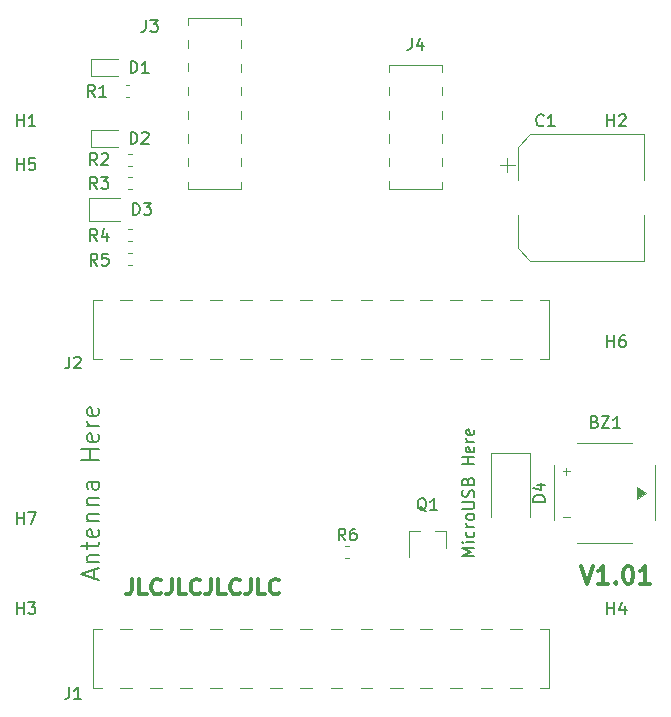
<source format=gto>
%TF.GenerationSoftware,KiCad,Pcbnew,(5.1.6)-1*%
%TF.CreationDate,2023-06-16T12:25:10-07:00*%
%TF.ProjectId,ID-12 Board,49442d31-3220-4426-9f61-72642e6b6963,rev?*%
%TF.SameCoordinates,Original*%
%TF.FileFunction,Legend,Top*%
%TF.FilePolarity,Positive*%
%FSLAX46Y46*%
G04 Gerber Fmt 4.6, Leading zero omitted, Abs format (unit mm)*
G04 Created by KiCad (PCBNEW (5.1.6)-1) date 2023-06-16 12:25:10*
%MOMM*%
%LPD*%
G01*
G04 APERTURE LIST*
%ADD10C,0.150000*%
%ADD11C,0.300000*%
%ADD12C,0.120000*%
%ADD13C,0.100000*%
%ADD14R,2.750000X0.900000*%
%ADD15R,1.120000X3.000000*%
%ADD16R,0.900000X1.000000*%
%ADD17C,1.252000*%
%ADD18C,3.300000*%
%ADD19R,1.900000X2.600000*%
%ADD20R,2.400000X2.400000*%
G04 APERTURE END LIST*
D10*
X30750000Y-68250000D02*
X30750000Y-67535714D01*
X31178571Y-68392857D02*
X29678571Y-67892857D01*
X31178571Y-67392857D01*
X30178571Y-66892857D02*
X31178571Y-66892857D01*
X30321428Y-66892857D02*
X30250000Y-66821428D01*
X30178571Y-66678571D01*
X30178571Y-66464285D01*
X30250000Y-66321428D01*
X30392857Y-66250000D01*
X31178571Y-66250000D01*
X30178571Y-65750000D02*
X30178571Y-65178571D01*
X29678571Y-65535714D02*
X30964285Y-65535714D01*
X31107142Y-65464285D01*
X31178571Y-65321428D01*
X31178571Y-65178571D01*
X31107142Y-64107142D02*
X31178571Y-64250000D01*
X31178571Y-64535714D01*
X31107142Y-64678571D01*
X30964285Y-64750000D01*
X30392857Y-64750000D01*
X30250000Y-64678571D01*
X30178571Y-64535714D01*
X30178571Y-64250000D01*
X30250000Y-64107142D01*
X30392857Y-64035714D01*
X30535714Y-64035714D01*
X30678571Y-64750000D01*
X30178571Y-63392857D02*
X31178571Y-63392857D01*
X30321428Y-63392857D02*
X30250000Y-63321428D01*
X30178571Y-63178571D01*
X30178571Y-62964285D01*
X30250000Y-62821428D01*
X30392857Y-62750000D01*
X31178571Y-62750000D01*
X30178571Y-62035714D02*
X31178571Y-62035714D01*
X30321428Y-62035714D02*
X30250000Y-61964285D01*
X30178571Y-61821428D01*
X30178571Y-61607142D01*
X30250000Y-61464285D01*
X30392857Y-61392857D01*
X31178571Y-61392857D01*
X31178571Y-60035714D02*
X30392857Y-60035714D01*
X30250000Y-60107142D01*
X30178571Y-60250000D01*
X30178571Y-60535714D01*
X30250000Y-60678571D01*
X31107142Y-60035714D02*
X31178571Y-60178571D01*
X31178571Y-60535714D01*
X31107142Y-60678571D01*
X30964285Y-60750000D01*
X30821428Y-60750000D01*
X30678571Y-60678571D01*
X30607142Y-60535714D01*
X30607142Y-60178571D01*
X30535714Y-60035714D01*
X31178571Y-58178571D02*
X29678571Y-58178571D01*
X30392857Y-58178571D02*
X30392857Y-57321428D01*
X31178571Y-57321428D02*
X29678571Y-57321428D01*
X31107142Y-56035714D02*
X31178571Y-56178571D01*
X31178571Y-56464285D01*
X31107142Y-56607142D01*
X30964285Y-56678571D01*
X30392857Y-56678571D01*
X30250000Y-56607142D01*
X30178571Y-56464285D01*
X30178571Y-56178571D01*
X30250000Y-56035714D01*
X30392857Y-55964285D01*
X30535714Y-55964285D01*
X30678571Y-56678571D01*
X31178571Y-55321428D02*
X30178571Y-55321428D01*
X30464285Y-55321428D02*
X30321428Y-55250000D01*
X30250000Y-55178571D01*
X30178571Y-55035714D01*
X30178571Y-54892857D01*
X31107142Y-53821428D02*
X31178571Y-53964285D01*
X31178571Y-54250000D01*
X31107142Y-54392857D01*
X30964285Y-54464285D01*
X30392857Y-54464285D01*
X30250000Y-54392857D01*
X30178571Y-54250000D01*
X30178571Y-53964285D01*
X30250000Y-53821428D01*
X30392857Y-53750000D01*
X30535714Y-53750000D01*
X30678571Y-54464285D01*
X62952380Y-66333333D02*
X61952380Y-66333333D01*
X62666666Y-66000000D01*
X61952380Y-65666666D01*
X62952380Y-65666666D01*
X62952380Y-65190476D02*
X62285714Y-65190476D01*
X61952380Y-65190476D02*
X62000000Y-65238095D01*
X62047619Y-65190476D01*
X62000000Y-65142857D01*
X61952380Y-65190476D01*
X62047619Y-65190476D01*
X62904761Y-64285714D02*
X62952380Y-64380952D01*
X62952380Y-64571428D01*
X62904761Y-64666666D01*
X62857142Y-64714285D01*
X62761904Y-64761904D01*
X62476190Y-64761904D01*
X62380952Y-64714285D01*
X62333333Y-64666666D01*
X62285714Y-64571428D01*
X62285714Y-64380952D01*
X62333333Y-64285714D01*
X62952380Y-63857142D02*
X62285714Y-63857142D01*
X62476190Y-63857142D02*
X62380952Y-63809523D01*
X62333333Y-63761904D01*
X62285714Y-63666666D01*
X62285714Y-63571428D01*
X62952380Y-63095238D02*
X62904761Y-63190476D01*
X62857142Y-63238095D01*
X62761904Y-63285714D01*
X62476190Y-63285714D01*
X62380952Y-63238095D01*
X62333333Y-63190476D01*
X62285714Y-63095238D01*
X62285714Y-62952380D01*
X62333333Y-62857142D01*
X62380952Y-62809523D01*
X62476190Y-62761904D01*
X62761904Y-62761904D01*
X62857142Y-62809523D01*
X62904761Y-62857142D01*
X62952380Y-62952380D01*
X62952380Y-63095238D01*
X61952380Y-62333333D02*
X62761904Y-62333333D01*
X62857142Y-62285714D01*
X62904761Y-62238095D01*
X62952380Y-62142857D01*
X62952380Y-61952380D01*
X62904761Y-61857142D01*
X62857142Y-61809523D01*
X62761904Y-61761904D01*
X61952380Y-61761904D01*
X62904761Y-61333333D02*
X62952380Y-61190476D01*
X62952380Y-60952380D01*
X62904761Y-60857142D01*
X62857142Y-60809523D01*
X62761904Y-60761904D01*
X62666666Y-60761904D01*
X62571428Y-60809523D01*
X62523809Y-60857142D01*
X62476190Y-60952380D01*
X62428571Y-61142857D01*
X62380952Y-61238095D01*
X62333333Y-61285714D01*
X62238095Y-61333333D01*
X62142857Y-61333333D01*
X62047619Y-61285714D01*
X62000000Y-61238095D01*
X61952380Y-61142857D01*
X61952380Y-60904761D01*
X62000000Y-60761904D01*
X62428571Y-60000000D02*
X62476190Y-59857142D01*
X62523809Y-59809523D01*
X62619047Y-59761904D01*
X62761904Y-59761904D01*
X62857142Y-59809523D01*
X62904761Y-59857142D01*
X62952380Y-59952380D01*
X62952380Y-60333333D01*
X61952380Y-60333333D01*
X61952380Y-60000000D01*
X62000000Y-59904761D01*
X62047619Y-59857142D01*
X62142857Y-59809523D01*
X62238095Y-59809523D01*
X62333333Y-59857142D01*
X62380952Y-59904761D01*
X62428571Y-60000000D01*
X62428571Y-60333333D01*
X62952380Y-58571428D02*
X61952380Y-58571428D01*
X62428571Y-58571428D02*
X62428571Y-58000000D01*
X62952380Y-58000000D02*
X61952380Y-58000000D01*
X62904761Y-57142857D02*
X62952380Y-57238095D01*
X62952380Y-57428571D01*
X62904761Y-57523809D01*
X62809523Y-57571428D01*
X62428571Y-57571428D01*
X62333333Y-57523809D01*
X62285714Y-57428571D01*
X62285714Y-57238095D01*
X62333333Y-57142857D01*
X62428571Y-57095238D01*
X62523809Y-57095238D01*
X62619047Y-57571428D01*
X62952380Y-56666666D02*
X62285714Y-56666666D01*
X62476190Y-56666666D02*
X62380952Y-56619047D01*
X62333333Y-56571428D01*
X62285714Y-56476190D01*
X62285714Y-56380952D01*
X62904761Y-55666666D02*
X62952380Y-55761904D01*
X62952380Y-55952380D01*
X62904761Y-56047619D01*
X62809523Y-56095238D01*
X62428571Y-56095238D01*
X62333333Y-56047619D01*
X62285714Y-55952380D01*
X62285714Y-55761904D01*
X62333333Y-55666666D01*
X62428571Y-55619047D01*
X62523809Y-55619047D01*
X62619047Y-56095238D01*
D11*
X72000000Y-67178571D02*
X72500000Y-68678571D01*
X73000000Y-67178571D01*
X74285714Y-68678571D02*
X73428571Y-68678571D01*
X73857142Y-68678571D02*
X73857142Y-67178571D01*
X73714285Y-67392857D01*
X73571428Y-67535714D01*
X73428571Y-67607142D01*
X74928571Y-68535714D02*
X75000000Y-68607142D01*
X74928571Y-68678571D01*
X74857142Y-68607142D01*
X74928571Y-68535714D01*
X74928571Y-68678571D01*
X75928571Y-67178571D02*
X76071428Y-67178571D01*
X76214285Y-67250000D01*
X76285714Y-67321428D01*
X76357142Y-67464285D01*
X76428571Y-67750000D01*
X76428571Y-68107142D01*
X76357142Y-68392857D01*
X76285714Y-68535714D01*
X76214285Y-68607142D01*
X76071428Y-68678571D01*
X75928571Y-68678571D01*
X75785714Y-68607142D01*
X75714285Y-68535714D01*
X75642857Y-68392857D01*
X75571428Y-68107142D01*
X75571428Y-67750000D01*
X75642857Y-67464285D01*
X75714285Y-67321428D01*
X75785714Y-67250000D01*
X75928571Y-67178571D01*
X77857142Y-68678571D02*
X77000000Y-68678571D01*
X77428571Y-68678571D02*
X77428571Y-67178571D01*
X77285714Y-67392857D01*
X77142857Y-67535714D01*
X77000000Y-67607142D01*
X33995238Y-68288095D02*
X33995238Y-69216666D01*
X33933333Y-69402380D01*
X33809523Y-69526190D01*
X33623809Y-69588095D01*
X33500000Y-69588095D01*
X35233333Y-69588095D02*
X34614285Y-69588095D01*
X34614285Y-68288095D01*
X36409523Y-69464285D02*
X36347619Y-69526190D01*
X36161904Y-69588095D01*
X36038095Y-69588095D01*
X35852380Y-69526190D01*
X35728571Y-69402380D01*
X35666666Y-69278571D01*
X35604761Y-69030952D01*
X35604761Y-68845238D01*
X35666666Y-68597619D01*
X35728571Y-68473809D01*
X35852380Y-68350000D01*
X36038095Y-68288095D01*
X36161904Y-68288095D01*
X36347619Y-68350000D01*
X36409523Y-68411904D01*
X37338095Y-68288095D02*
X37338095Y-69216666D01*
X37276190Y-69402380D01*
X37152380Y-69526190D01*
X36966666Y-69588095D01*
X36842857Y-69588095D01*
X38576190Y-69588095D02*
X37957142Y-69588095D01*
X37957142Y-68288095D01*
X39752380Y-69464285D02*
X39690476Y-69526190D01*
X39504761Y-69588095D01*
X39380952Y-69588095D01*
X39195238Y-69526190D01*
X39071428Y-69402380D01*
X39009523Y-69278571D01*
X38947619Y-69030952D01*
X38947619Y-68845238D01*
X39009523Y-68597619D01*
X39071428Y-68473809D01*
X39195238Y-68350000D01*
X39380952Y-68288095D01*
X39504761Y-68288095D01*
X39690476Y-68350000D01*
X39752380Y-68411904D01*
X40680952Y-68288095D02*
X40680952Y-69216666D01*
X40619047Y-69402380D01*
X40495238Y-69526190D01*
X40309523Y-69588095D01*
X40185714Y-69588095D01*
X41919047Y-69588095D02*
X41300000Y-69588095D01*
X41300000Y-68288095D01*
X43095238Y-69464285D02*
X43033333Y-69526190D01*
X42847619Y-69588095D01*
X42723809Y-69588095D01*
X42538095Y-69526190D01*
X42414285Y-69402380D01*
X42352380Y-69278571D01*
X42290476Y-69030952D01*
X42290476Y-68845238D01*
X42352380Y-68597619D01*
X42414285Y-68473809D01*
X42538095Y-68350000D01*
X42723809Y-68288095D01*
X42847619Y-68288095D01*
X43033333Y-68350000D01*
X43095238Y-68411904D01*
X44023809Y-68288095D02*
X44023809Y-69216666D01*
X43961904Y-69402380D01*
X43838095Y-69526190D01*
X43652380Y-69588095D01*
X43528571Y-69588095D01*
X45261904Y-69588095D02*
X44642857Y-69588095D01*
X44642857Y-68288095D01*
X46438095Y-69464285D02*
X46376190Y-69526190D01*
X46190476Y-69588095D01*
X46066666Y-69588095D01*
X45880952Y-69526190D01*
X45757142Y-69402380D01*
X45695238Y-69278571D01*
X45633333Y-69030952D01*
X45633333Y-68845238D01*
X45695238Y-68597619D01*
X45757142Y-68473809D01*
X45880952Y-68350000D01*
X46066666Y-68288095D01*
X46190476Y-68288095D01*
X46376190Y-68350000D01*
X46438095Y-68411904D01*
D12*
X43250000Y-35250000D02*
X43250000Y-34650000D01*
X38750000Y-35250000D02*
X43250000Y-35250000D01*
X38750000Y-34650000D02*
X38750000Y-35250000D01*
X43250000Y-20750000D02*
X43250000Y-21350000D01*
X38750000Y-20750000D02*
X43250000Y-20750000D01*
X38750000Y-21350000D02*
X38750000Y-20750000D01*
X38750000Y-32650000D02*
X38750000Y-33350000D01*
X38750000Y-30650000D02*
X38750000Y-31350000D01*
X38750000Y-28650000D02*
X38750000Y-29350000D01*
X38750000Y-26650000D02*
X38750000Y-27350000D01*
X38750000Y-24600000D02*
X38750000Y-25300000D01*
X38750000Y-22650000D02*
X38750000Y-23350000D01*
X43250000Y-22650000D02*
X43250000Y-23350000D01*
X43250000Y-24650000D02*
X43250000Y-25350000D01*
X43250000Y-26650000D02*
X43250000Y-27350000D01*
X43250000Y-28650000D02*
X43250000Y-29350000D01*
X43250000Y-30650000D02*
X43250000Y-31350000D01*
X43250000Y-32650000D02*
X43250000Y-33350000D01*
X69300000Y-44700000D02*
X68550000Y-44700000D01*
X69300000Y-49700000D02*
X69300000Y-44700000D01*
X68550000Y-49700000D02*
X69300000Y-49700000D01*
X30700000Y-44700000D02*
X31450000Y-44700000D01*
X30700000Y-49700000D02*
X30700000Y-44700000D01*
X31450000Y-49700000D02*
X30700000Y-49700000D01*
X51800000Y-49700000D02*
X50800000Y-49700000D01*
X49250000Y-49700000D02*
X48250000Y-49700000D01*
X46700000Y-49700000D02*
X45700000Y-49700000D01*
X63500000Y-49700000D02*
X64450000Y-49700000D01*
X58400000Y-49700000D02*
X59400000Y-49700000D01*
X60950000Y-49700000D02*
X61950000Y-49700000D01*
X66000000Y-49700000D02*
X67000000Y-49700000D01*
X56900000Y-49700000D02*
X55850000Y-49700000D01*
X44150000Y-49700000D02*
X43150000Y-49700000D01*
X54300000Y-49700000D02*
X53350000Y-49700000D01*
X39050000Y-49700000D02*
X38050000Y-49700000D01*
X34000000Y-49700000D02*
X33000000Y-49700000D01*
X36550000Y-49700000D02*
X35550000Y-49700000D01*
X41600000Y-49700000D02*
X40600000Y-49700000D01*
X34000000Y-44700000D02*
X33000000Y-44700000D01*
X36550000Y-44700000D02*
X35550000Y-44700000D01*
X39050000Y-44700000D02*
X38050000Y-44700000D01*
X41600000Y-44700000D02*
X40600000Y-44700000D01*
X44150000Y-44700000D02*
X43150000Y-44700000D01*
X46700000Y-44700000D02*
X45700000Y-44700000D01*
X66000000Y-44700000D02*
X67000000Y-44700000D01*
X63500000Y-44700000D02*
X64450000Y-44700000D01*
X60950000Y-44700000D02*
X61950000Y-44700000D01*
X58400000Y-44700000D02*
X59400000Y-44700000D01*
X56900000Y-44700000D02*
X55850000Y-44700000D01*
X54300000Y-44700000D02*
X53350000Y-44700000D01*
X51800000Y-44700000D02*
X50800000Y-44700000D01*
X49250000Y-44700000D02*
X48250000Y-44700000D01*
X69300000Y-72500000D02*
X68550000Y-72500000D01*
X69300000Y-77500000D02*
X69300000Y-72500000D01*
X68550000Y-77500000D02*
X69300000Y-77500000D01*
X30700000Y-72500000D02*
X31450000Y-72500000D01*
X30700000Y-77500000D02*
X30700000Y-72500000D01*
X31450000Y-77500000D02*
X30700000Y-77500000D01*
X51800000Y-77500000D02*
X50800000Y-77500000D01*
X49250000Y-77500000D02*
X48250000Y-77500000D01*
X46700000Y-77500000D02*
X45700000Y-77500000D01*
X63500000Y-77500000D02*
X64450000Y-77500000D01*
X58400000Y-77500000D02*
X59400000Y-77500000D01*
X60950000Y-77500000D02*
X61950000Y-77500000D01*
X66000000Y-77500000D02*
X67000000Y-77500000D01*
X56900000Y-77500000D02*
X55850000Y-77500000D01*
X44150000Y-77500000D02*
X43150000Y-77500000D01*
X54300000Y-77500000D02*
X53350000Y-77500000D01*
X39050000Y-77500000D02*
X38050000Y-77500000D01*
X34000000Y-77500000D02*
X33000000Y-77500000D01*
X36550000Y-77500000D02*
X35550000Y-77500000D01*
X41600000Y-77500000D02*
X40600000Y-77500000D01*
X34000000Y-72500000D02*
X33000000Y-72500000D01*
X36550000Y-72500000D02*
X35550000Y-72500000D01*
X39050000Y-72500000D02*
X38050000Y-72500000D01*
X41600000Y-72500000D02*
X40600000Y-72500000D01*
X44150000Y-72500000D02*
X43150000Y-72500000D01*
X46700000Y-72500000D02*
X45700000Y-72500000D01*
X66000000Y-72500000D02*
X67000000Y-72500000D01*
X63500000Y-72500000D02*
X64450000Y-72500000D01*
X60950000Y-72500000D02*
X61950000Y-72500000D01*
X58400000Y-72500000D02*
X59400000Y-72500000D01*
X56900000Y-72500000D02*
X55850000Y-72500000D01*
X54300000Y-72500000D02*
X53350000Y-72500000D01*
X51800000Y-72500000D02*
X50800000Y-72500000D01*
X49250000Y-72500000D02*
X48250000Y-72500000D01*
X60250000Y-35250000D02*
X60250000Y-34650000D01*
X55750000Y-35250000D02*
X60250000Y-35250000D01*
X55750000Y-34600000D02*
X55750000Y-35250000D01*
X60250000Y-24750000D02*
X60250000Y-25350000D01*
X55750000Y-24750000D02*
X60250000Y-24750000D01*
X55750000Y-25350000D02*
X55750000Y-24750000D01*
X55750000Y-27350000D02*
X55750000Y-26650000D01*
X55750000Y-29350000D02*
X55750000Y-28650000D01*
X55750000Y-31350000D02*
X55750000Y-30650000D01*
X55750000Y-33350000D02*
X55750000Y-32650000D01*
X60250000Y-33350000D02*
X60250000Y-32650000D01*
X60250000Y-31350000D02*
X60250000Y-30650000D01*
X60250000Y-27350000D02*
X60250000Y-26650000D01*
X60250000Y-29350000D02*
X60250000Y-28650000D01*
X52049721Y-66510000D02*
X52375279Y-66510000D01*
X52049721Y-65490000D02*
X52375279Y-65490000D01*
X33962779Y-40690000D02*
X33637221Y-40690000D01*
X33962779Y-41710000D02*
X33637221Y-41710000D01*
X33962779Y-38690000D02*
X33637221Y-38690000D01*
X33962779Y-39710000D02*
X33637221Y-39710000D01*
X33962779Y-34290000D02*
X33637221Y-34290000D01*
X33962779Y-35310000D02*
X33637221Y-35310000D01*
X33962779Y-32290000D02*
X33637221Y-32290000D01*
X33962779Y-33310000D02*
X33637221Y-33310000D01*
X33762779Y-26490000D02*
X33437221Y-26490000D01*
X33762779Y-27510000D02*
X33437221Y-27510000D01*
X60580000Y-64240000D02*
X60580000Y-65700000D01*
X57420000Y-64240000D02*
X57420000Y-66400000D01*
X57420000Y-64240000D02*
X58350000Y-64240000D01*
X60580000Y-64240000D02*
X59650000Y-64240000D01*
X67650000Y-57600000D02*
X67650000Y-63000000D01*
X64350000Y-57600000D02*
X64350000Y-63000000D01*
X67650000Y-57600000D02*
X64350000Y-57600000D01*
X30315000Y-37960000D02*
X33000000Y-37960000D01*
X30315000Y-36040000D02*
X30315000Y-37960000D01*
X33000000Y-36040000D02*
X30315000Y-36040000D01*
X30515000Y-31735000D02*
X32800000Y-31735000D01*
X30515000Y-30265000D02*
X30515000Y-31735000D01*
X32800000Y-30265000D02*
X30515000Y-30265000D01*
X30515000Y-25735000D02*
X32800000Y-25735000D01*
X30515000Y-24265000D02*
X30515000Y-25735000D01*
X32800000Y-24265000D02*
X30515000Y-24265000D01*
X65775000Y-32615000D02*
X65775000Y-33865000D01*
X65150000Y-33240000D02*
X66400000Y-33240000D01*
X66640000Y-40295563D02*
X67704437Y-41360000D01*
X66640000Y-31704437D02*
X67704437Y-30640000D01*
X66640000Y-31704437D02*
X66640000Y-34490000D01*
X66640000Y-40295563D02*
X66640000Y-37510000D01*
X67704437Y-41360000D02*
X77360000Y-41360000D01*
X67704437Y-30640000D02*
X77360000Y-30640000D01*
X77360000Y-30640000D02*
X77360000Y-34490000D01*
X77360000Y-41360000D02*
X77360000Y-37510000D01*
D13*
G36*
X77500000Y-61000000D02*
G01*
X76750000Y-61500000D01*
X76750000Y-60500000D01*
X77500000Y-61000000D01*
G37*
X77500000Y-61000000D02*
X76750000Y-61500000D01*
X76750000Y-60500000D01*
X77500000Y-61000000D01*
D12*
X70450000Y-63000000D02*
X71050000Y-63000000D01*
X70450000Y-59150000D02*
X71050000Y-59150000D01*
X70750000Y-58850000D02*
X70750000Y-59450000D01*
X78250000Y-56750000D02*
X78250000Y-65250000D01*
X78250000Y-65250000D02*
X69750000Y-65250000D01*
X69750000Y-65250000D02*
X69750000Y-56750000D01*
X69750000Y-56750000D02*
X78250000Y-56750000D01*
D10*
X35166666Y-20952380D02*
X35166666Y-21666666D01*
X35119047Y-21809523D01*
X35023809Y-21904761D01*
X34880952Y-21952380D01*
X34785714Y-21952380D01*
X35547619Y-20952380D02*
X36166666Y-20952380D01*
X35833333Y-21333333D01*
X35976190Y-21333333D01*
X36071428Y-21380952D01*
X36119047Y-21428571D01*
X36166666Y-21523809D01*
X36166666Y-21761904D01*
X36119047Y-21857142D01*
X36071428Y-21904761D01*
X35976190Y-21952380D01*
X35690476Y-21952380D01*
X35595238Y-21904761D01*
X35547619Y-21857142D01*
X28666666Y-49452380D02*
X28666666Y-50166666D01*
X28619047Y-50309523D01*
X28523809Y-50404761D01*
X28380952Y-50452380D01*
X28285714Y-50452380D01*
X29095238Y-49547619D02*
X29142857Y-49500000D01*
X29238095Y-49452380D01*
X29476190Y-49452380D01*
X29571428Y-49500000D01*
X29619047Y-49547619D01*
X29666666Y-49642857D01*
X29666666Y-49738095D01*
X29619047Y-49880952D01*
X29047619Y-50452380D01*
X29666666Y-50452380D01*
X28666666Y-77452380D02*
X28666666Y-78166666D01*
X28619047Y-78309523D01*
X28523809Y-78404761D01*
X28380952Y-78452380D01*
X28285714Y-78452380D01*
X29666666Y-78452380D02*
X29095238Y-78452380D01*
X29380952Y-78452380D02*
X29380952Y-77452380D01*
X29285714Y-77595238D01*
X29190476Y-77690476D01*
X29095238Y-77738095D01*
X57666666Y-22502380D02*
X57666666Y-23216666D01*
X57619047Y-23359523D01*
X57523809Y-23454761D01*
X57380952Y-23502380D01*
X57285714Y-23502380D01*
X58571428Y-22835714D02*
X58571428Y-23502380D01*
X58333333Y-22454761D02*
X58095238Y-23169047D01*
X58714285Y-23169047D01*
X52045833Y-65022380D02*
X51712500Y-64546190D01*
X51474404Y-65022380D02*
X51474404Y-64022380D01*
X51855357Y-64022380D01*
X51950595Y-64070000D01*
X51998214Y-64117619D01*
X52045833Y-64212857D01*
X52045833Y-64355714D01*
X51998214Y-64450952D01*
X51950595Y-64498571D01*
X51855357Y-64546190D01*
X51474404Y-64546190D01*
X52902976Y-64022380D02*
X52712500Y-64022380D01*
X52617261Y-64070000D01*
X52569642Y-64117619D01*
X52474404Y-64260476D01*
X52426785Y-64450952D01*
X52426785Y-64831904D01*
X52474404Y-64927142D01*
X52522023Y-64974761D01*
X52617261Y-65022380D01*
X52807738Y-65022380D01*
X52902976Y-64974761D01*
X52950595Y-64927142D01*
X52998214Y-64831904D01*
X52998214Y-64593809D01*
X52950595Y-64498571D01*
X52902976Y-64450952D01*
X52807738Y-64403333D01*
X52617261Y-64403333D01*
X52522023Y-64450952D01*
X52474404Y-64498571D01*
X52426785Y-64593809D01*
X31045833Y-41747379D02*
X30712500Y-41271189D01*
X30474404Y-41747379D02*
X30474404Y-40747379D01*
X30855357Y-40747379D01*
X30950595Y-40794999D01*
X30998214Y-40842618D01*
X31045833Y-40937856D01*
X31045833Y-41080713D01*
X30998214Y-41175951D01*
X30950595Y-41223570D01*
X30855357Y-41271189D01*
X30474404Y-41271189D01*
X31950595Y-40747379D02*
X31474404Y-40747379D01*
X31426785Y-41223570D01*
X31474404Y-41175951D01*
X31569642Y-41128332D01*
X31807738Y-41128332D01*
X31902976Y-41175951D01*
X31950595Y-41223570D01*
X31998214Y-41318808D01*
X31998214Y-41556903D01*
X31950595Y-41652141D01*
X31902976Y-41699760D01*
X31807738Y-41747379D01*
X31569642Y-41747379D01*
X31474404Y-41699760D01*
X31426785Y-41652141D01*
X31033333Y-39652380D02*
X30700000Y-39176190D01*
X30461904Y-39652380D02*
X30461904Y-38652380D01*
X30842857Y-38652380D01*
X30938095Y-38700000D01*
X30985714Y-38747619D01*
X31033333Y-38842857D01*
X31033333Y-38985714D01*
X30985714Y-39080952D01*
X30938095Y-39128571D01*
X30842857Y-39176190D01*
X30461904Y-39176190D01*
X31890476Y-38985714D02*
X31890476Y-39652380D01*
X31652380Y-38604761D02*
X31414285Y-39319047D01*
X32033333Y-39319047D01*
X31033333Y-35252380D02*
X30700000Y-34776190D01*
X30461904Y-35252380D02*
X30461904Y-34252380D01*
X30842857Y-34252380D01*
X30938095Y-34300000D01*
X30985714Y-34347619D01*
X31033333Y-34442857D01*
X31033333Y-34585714D01*
X30985714Y-34680952D01*
X30938095Y-34728571D01*
X30842857Y-34776190D01*
X30461904Y-34776190D01*
X31366666Y-34252380D02*
X31985714Y-34252380D01*
X31652380Y-34633333D01*
X31795238Y-34633333D01*
X31890476Y-34680952D01*
X31938095Y-34728571D01*
X31985714Y-34823809D01*
X31985714Y-35061904D01*
X31938095Y-35157142D01*
X31890476Y-35204761D01*
X31795238Y-35252380D01*
X31509523Y-35252380D01*
X31414285Y-35204761D01*
X31366666Y-35157142D01*
X31033333Y-33252380D02*
X30700000Y-32776190D01*
X30461904Y-33252380D02*
X30461904Y-32252380D01*
X30842857Y-32252380D01*
X30938095Y-32300000D01*
X30985714Y-32347619D01*
X31033333Y-32442857D01*
X31033333Y-32585714D01*
X30985714Y-32680952D01*
X30938095Y-32728571D01*
X30842857Y-32776190D01*
X30461904Y-32776190D01*
X31414285Y-32347619D02*
X31461904Y-32300000D01*
X31557142Y-32252380D01*
X31795238Y-32252380D01*
X31890476Y-32300000D01*
X31938095Y-32347619D01*
X31985714Y-32442857D01*
X31985714Y-32538095D01*
X31938095Y-32680952D01*
X31366666Y-33252380D01*
X31985714Y-33252380D01*
X30833333Y-27452380D02*
X30500000Y-26976190D01*
X30261904Y-27452380D02*
X30261904Y-26452380D01*
X30642857Y-26452380D01*
X30738095Y-26500000D01*
X30785714Y-26547619D01*
X30833333Y-26642857D01*
X30833333Y-26785714D01*
X30785714Y-26880952D01*
X30738095Y-26928571D01*
X30642857Y-26976190D01*
X30261904Y-26976190D01*
X31785714Y-27452380D02*
X31214285Y-27452380D01*
X31500000Y-27452380D02*
X31500000Y-26452380D01*
X31404761Y-26595238D01*
X31309523Y-26690476D01*
X31214285Y-26738095D01*
X58904761Y-62547619D02*
X58809523Y-62500000D01*
X58714285Y-62404761D01*
X58571428Y-62261904D01*
X58476190Y-62214285D01*
X58380952Y-62214285D01*
X58428571Y-62452380D02*
X58333333Y-62404761D01*
X58238095Y-62309523D01*
X58190476Y-62119047D01*
X58190476Y-61785714D01*
X58238095Y-61595238D01*
X58333333Y-61500000D01*
X58428571Y-61452380D01*
X58619047Y-61452380D01*
X58714285Y-61500000D01*
X58809523Y-61595238D01*
X58857142Y-61785714D01*
X58857142Y-62119047D01*
X58809523Y-62309523D01*
X58714285Y-62404761D01*
X58619047Y-62452380D01*
X58428571Y-62452380D01*
X59809523Y-62452380D02*
X59238095Y-62452380D01*
X59523809Y-62452380D02*
X59523809Y-61452380D01*
X59428571Y-61595238D01*
X59333333Y-61690476D01*
X59238095Y-61738095D01*
X24238095Y-63652380D02*
X24238095Y-62652380D01*
X24238095Y-63128571D02*
X24809523Y-63128571D01*
X24809523Y-63652380D02*
X24809523Y-62652380D01*
X25190476Y-62652380D02*
X25857142Y-62652380D01*
X25428571Y-63652380D01*
X74238095Y-48652380D02*
X74238095Y-47652380D01*
X74238095Y-48128571D02*
X74809523Y-48128571D01*
X74809523Y-48652380D02*
X74809523Y-47652380D01*
X75714285Y-47652380D02*
X75523809Y-47652380D01*
X75428571Y-47700000D01*
X75380952Y-47747619D01*
X75285714Y-47890476D01*
X75238095Y-48080952D01*
X75238095Y-48461904D01*
X75285714Y-48557142D01*
X75333333Y-48604761D01*
X75428571Y-48652380D01*
X75619047Y-48652380D01*
X75714285Y-48604761D01*
X75761904Y-48557142D01*
X75809523Y-48461904D01*
X75809523Y-48223809D01*
X75761904Y-48128571D01*
X75714285Y-48080952D01*
X75619047Y-48033333D01*
X75428571Y-48033333D01*
X75333333Y-48080952D01*
X75285714Y-48128571D01*
X75238095Y-48223809D01*
X24238095Y-33652380D02*
X24238095Y-32652380D01*
X24238095Y-33128571D02*
X24809523Y-33128571D01*
X24809523Y-33652380D02*
X24809523Y-32652380D01*
X25761904Y-32652380D02*
X25285714Y-32652380D01*
X25238095Y-33128571D01*
X25285714Y-33080952D01*
X25380952Y-33033333D01*
X25619047Y-33033333D01*
X25714285Y-33080952D01*
X25761904Y-33128571D01*
X25809523Y-33223809D01*
X25809523Y-33461904D01*
X25761904Y-33557142D01*
X25714285Y-33604761D01*
X25619047Y-33652380D01*
X25380952Y-33652380D01*
X25285714Y-33604761D01*
X25238095Y-33557142D01*
X74238095Y-71252380D02*
X74238095Y-70252380D01*
X74238095Y-70728571D02*
X74809523Y-70728571D01*
X74809523Y-71252380D02*
X74809523Y-70252380D01*
X75714285Y-70585714D02*
X75714285Y-71252380D01*
X75476190Y-70204761D02*
X75238095Y-70919047D01*
X75857142Y-70919047D01*
X24238095Y-71252380D02*
X24238095Y-70252380D01*
X24238095Y-70728571D02*
X24809523Y-70728571D01*
X24809523Y-71252380D02*
X24809523Y-70252380D01*
X25190476Y-70252380D02*
X25809523Y-70252380D01*
X25476190Y-70633333D01*
X25619047Y-70633333D01*
X25714285Y-70680952D01*
X25761904Y-70728571D01*
X25809523Y-70823809D01*
X25809523Y-71061904D01*
X25761904Y-71157142D01*
X25714285Y-71204761D01*
X25619047Y-71252380D01*
X25333333Y-71252380D01*
X25238095Y-71204761D01*
X25190476Y-71157142D01*
X74238095Y-29952380D02*
X74238095Y-28952380D01*
X74238095Y-29428571D02*
X74809523Y-29428571D01*
X74809523Y-29952380D02*
X74809523Y-28952380D01*
X75238095Y-29047619D02*
X75285714Y-29000000D01*
X75380952Y-28952380D01*
X75619047Y-28952380D01*
X75714285Y-29000000D01*
X75761904Y-29047619D01*
X75809523Y-29142857D01*
X75809523Y-29238095D01*
X75761904Y-29380952D01*
X75190476Y-29952380D01*
X75809523Y-29952380D01*
X24238095Y-29952380D02*
X24238095Y-28952380D01*
X24238095Y-29428571D02*
X24809523Y-29428571D01*
X24809523Y-29952380D02*
X24809523Y-28952380D01*
X25809523Y-29952380D02*
X25238095Y-29952380D01*
X25523809Y-29952380D02*
X25523809Y-28952380D01*
X25428571Y-29095238D01*
X25333333Y-29190476D01*
X25238095Y-29238095D01*
X68952380Y-61738095D02*
X67952380Y-61738095D01*
X67952380Y-61500000D01*
X68000000Y-61357142D01*
X68095238Y-61261904D01*
X68190476Y-61214285D01*
X68380952Y-61166666D01*
X68523809Y-61166666D01*
X68714285Y-61214285D01*
X68809523Y-61261904D01*
X68904761Y-61357142D01*
X68952380Y-61500000D01*
X68952380Y-61738095D01*
X68285714Y-60309523D02*
X68952380Y-60309523D01*
X67904761Y-60547619D02*
X68619047Y-60785714D01*
X68619047Y-60166666D01*
X34061904Y-37452380D02*
X34061904Y-36452380D01*
X34300000Y-36452380D01*
X34442857Y-36500000D01*
X34538095Y-36595238D01*
X34585714Y-36690476D01*
X34633333Y-36880952D01*
X34633333Y-37023809D01*
X34585714Y-37214285D01*
X34538095Y-37309523D01*
X34442857Y-37404761D01*
X34300000Y-37452380D01*
X34061904Y-37452380D01*
X34966666Y-36452380D02*
X35585714Y-36452380D01*
X35252380Y-36833333D01*
X35395238Y-36833333D01*
X35490476Y-36880952D01*
X35538095Y-36928571D01*
X35585714Y-37023809D01*
X35585714Y-37261904D01*
X35538095Y-37357142D01*
X35490476Y-37404761D01*
X35395238Y-37452380D01*
X35109523Y-37452380D01*
X35014285Y-37404761D01*
X34966666Y-37357142D01*
X33861904Y-31452380D02*
X33861904Y-30452380D01*
X34100000Y-30452380D01*
X34242857Y-30500000D01*
X34338095Y-30595238D01*
X34385714Y-30690476D01*
X34433333Y-30880952D01*
X34433333Y-31023809D01*
X34385714Y-31214285D01*
X34338095Y-31309523D01*
X34242857Y-31404761D01*
X34100000Y-31452380D01*
X33861904Y-31452380D01*
X34814285Y-30547619D02*
X34861904Y-30500000D01*
X34957142Y-30452380D01*
X35195238Y-30452380D01*
X35290476Y-30500000D01*
X35338095Y-30547619D01*
X35385714Y-30642857D01*
X35385714Y-30738095D01*
X35338095Y-30880952D01*
X34766666Y-31452380D01*
X35385714Y-31452380D01*
X33861904Y-25452380D02*
X33861904Y-24452380D01*
X34100000Y-24452380D01*
X34242857Y-24500000D01*
X34338095Y-24595238D01*
X34385714Y-24690476D01*
X34433333Y-24880952D01*
X34433333Y-25023809D01*
X34385714Y-25214285D01*
X34338095Y-25309523D01*
X34242857Y-25404761D01*
X34100000Y-25452380D01*
X33861904Y-25452380D01*
X35385714Y-25452380D02*
X34814285Y-25452380D01*
X35100000Y-25452380D02*
X35100000Y-24452380D01*
X35004761Y-24595238D01*
X34909523Y-24690476D01*
X34814285Y-24738095D01*
X68833333Y-29857142D02*
X68785714Y-29904761D01*
X68642857Y-29952380D01*
X68547619Y-29952380D01*
X68404761Y-29904761D01*
X68309523Y-29809523D01*
X68261904Y-29714285D01*
X68214285Y-29523809D01*
X68214285Y-29380952D01*
X68261904Y-29190476D01*
X68309523Y-29095238D01*
X68404761Y-29000000D01*
X68547619Y-28952380D01*
X68642857Y-28952380D01*
X68785714Y-29000000D01*
X68833333Y-29047619D01*
X69785714Y-29952380D02*
X69214285Y-29952380D01*
X69500000Y-29952380D02*
X69500000Y-28952380D01*
X69404761Y-29095238D01*
X69309523Y-29190476D01*
X69214285Y-29238095D01*
X73169047Y-54978571D02*
X73311904Y-55026190D01*
X73359523Y-55073809D01*
X73407142Y-55169047D01*
X73407142Y-55311904D01*
X73359523Y-55407142D01*
X73311904Y-55454761D01*
X73216666Y-55502380D01*
X72835714Y-55502380D01*
X72835714Y-54502380D01*
X73169047Y-54502380D01*
X73264285Y-54550000D01*
X73311904Y-54597619D01*
X73359523Y-54692857D01*
X73359523Y-54788095D01*
X73311904Y-54883333D01*
X73264285Y-54930952D01*
X73169047Y-54978571D01*
X72835714Y-54978571D01*
X73740476Y-54502380D02*
X74407142Y-54502380D01*
X73740476Y-55502380D01*
X74407142Y-55502380D01*
X75311904Y-55502380D02*
X74740476Y-55502380D01*
X75026190Y-55502380D02*
X75026190Y-54502380D01*
X74930952Y-54645238D01*
X74835714Y-54740476D01*
X74740476Y-54788095D01*
%LPC*%
D14*
X43450000Y-34000000D03*
X38550000Y-34000000D03*
X43450000Y-32000000D03*
X38550000Y-32000000D03*
X43450000Y-30000000D03*
X38550000Y-30000000D03*
X43450000Y-28000000D03*
X38550000Y-28000000D03*
X43450000Y-26000000D03*
X38550000Y-26000000D03*
X43450000Y-24000000D03*
X38550000Y-24000000D03*
X43450000Y-22000000D03*
X38550000Y-22000000D03*
D15*
X67785000Y-44650000D03*
X67785000Y-49750000D03*
X65245000Y-44650000D03*
X65245000Y-49750000D03*
X62705000Y-44650000D03*
X62705000Y-49750000D03*
X60165000Y-44650000D03*
X60165000Y-49750000D03*
X57625000Y-44650000D03*
X57625000Y-49750000D03*
X55085000Y-44650000D03*
X55085000Y-49750000D03*
X52545000Y-44650000D03*
X52545000Y-49750000D03*
X50005000Y-44650000D03*
X50005000Y-49750000D03*
X47465000Y-44650000D03*
X47465000Y-49750000D03*
X44925000Y-44650000D03*
X44925000Y-49750000D03*
X42385000Y-44650000D03*
X42385000Y-49750000D03*
X39845000Y-44650000D03*
X39845000Y-49750000D03*
X37305000Y-44650000D03*
X37305000Y-49750000D03*
X34765000Y-44650000D03*
X34765000Y-49750000D03*
X32225000Y-44650000D03*
X32225000Y-49750000D03*
X67785000Y-72450000D03*
X67785000Y-77550000D03*
X65245000Y-72450000D03*
X65245000Y-77550000D03*
X62705000Y-72450000D03*
X62705000Y-77550000D03*
X60165000Y-72450000D03*
X60165000Y-77550000D03*
X57625000Y-72450000D03*
X57625000Y-77550000D03*
X55085000Y-72450000D03*
X55085000Y-77550000D03*
X52545000Y-72450000D03*
X52545000Y-77550000D03*
X50005000Y-72450000D03*
X50005000Y-77550000D03*
X47465000Y-72450000D03*
X47465000Y-77550000D03*
X44925000Y-72450000D03*
X44925000Y-77550000D03*
X42385000Y-72450000D03*
X42385000Y-77550000D03*
X39845000Y-72450000D03*
X39845000Y-77550000D03*
X37305000Y-72450000D03*
X37305000Y-77550000D03*
X34765000Y-72450000D03*
X34765000Y-77550000D03*
X32225000Y-72450000D03*
X32225000Y-77550000D03*
D14*
X60400000Y-34000000D03*
X55550000Y-34000000D03*
X60400000Y-32000000D03*
X55550000Y-32000000D03*
X60400000Y-30000000D03*
X55550000Y-30000000D03*
X60400000Y-28000000D03*
X55550000Y-28000000D03*
X60400000Y-26000000D03*
X55550000Y-26000000D03*
G36*
G01*
X52512500Y-66281250D02*
X52512500Y-65718750D01*
G75*
G02*
X52756250Y-65475000I243750J0D01*
G01*
X53243750Y-65475000D01*
G75*
G02*
X53487500Y-65718750I0J-243750D01*
G01*
X53487500Y-66281250D01*
G75*
G02*
X53243750Y-66525000I-243750J0D01*
G01*
X52756250Y-66525000D01*
G75*
G02*
X52512500Y-66281250I0J243750D01*
G01*
G37*
G36*
G01*
X50937500Y-66281250D02*
X50937500Y-65718750D01*
G75*
G02*
X51181250Y-65475000I243750J0D01*
G01*
X51668750Y-65475000D01*
G75*
G02*
X51912500Y-65718750I0J-243750D01*
G01*
X51912500Y-66281250D01*
G75*
G02*
X51668750Y-66525000I-243750J0D01*
G01*
X51181250Y-66525000D01*
G75*
G02*
X50937500Y-66281250I0J243750D01*
G01*
G37*
G36*
G01*
X33500000Y-40918750D02*
X33500000Y-41481250D01*
G75*
G02*
X33256250Y-41725000I-243750J0D01*
G01*
X32768750Y-41725000D01*
G75*
G02*
X32525000Y-41481250I0J243750D01*
G01*
X32525000Y-40918750D01*
G75*
G02*
X32768750Y-40675000I243750J0D01*
G01*
X33256250Y-40675000D01*
G75*
G02*
X33500000Y-40918750I0J-243750D01*
G01*
G37*
G36*
G01*
X35075000Y-40918750D02*
X35075000Y-41481250D01*
G75*
G02*
X34831250Y-41725000I-243750J0D01*
G01*
X34343750Y-41725000D01*
G75*
G02*
X34100000Y-41481250I0J243750D01*
G01*
X34100000Y-40918750D01*
G75*
G02*
X34343750Y-40675000I243750J0D01*
G01*
X34831250Y-40675000D01*
G75*
G02*
X35075000Y-40918750I0J-243750D01*
G01*
G37*
G36*
G01*
X33500000Y-38918750D02*
X33500000Y-39481250D01*
G75*
G02*
X33256250Y-39725000I-243750J0D01*
G01*
X32768750Y-39725000D01*
G75*
G02*
X32525000Y-39481250I0J243750D01*
G01*
X32525000Y-38918750D01*
G75*
G02*
X32768750Y-38675000I243750J0D01*
G01*
X33256250Y-38675000D01*
G75*
G02*
X33500000Y-38918750I0J-243750D01*
G01*
G37*
G36*
G01*
X35075000Y-38918750D02*
X35075000Y-39481250D01*
G75*
G02*
X34831250Y-39725000I-243750J0D01*
G01*
X34343750Y-39725000D01*
G75*
G02*
X34100000Y-39481250I0J243750D01*
G01*
X34100000Y-38918750D01*
G75*
G02*
X34343750Y-38675000I243750J0D01*
G01*
X34831250Y-38675000D01*
G75*
G02*
X35075000Y-38918750I0J-243750D01*
G01*
G37*
G36*
G01*
X33500000Y-34518750D02*
X33500000Y-35081250D01*
G75*
G02*
X33256250Y-35325000I-243750J0D01*
G01*
X32768750Y-35325000D01*
G75*
G02*
X32525000Y-35081250I0J243750D01*
G01*
X32525000Y-34518750D01*
G75*
G02*
X32768750Y-34275000I243750J0D01*
G01*
X33256250Y-34275000D01*
G75*
G02*
X33500000Y-34518750I0J-243750D01*
G01*
G37*
G36*
G01*
X35075000Y-34518750D02*
X35075000Y-35081250D01*
G75*
G02*
X34831250Y-35325000I-243750J0D01*
G01*
X34343750Y-35325000D01*
G75*
G02*
X34100000Y-35081250I0J243750D01*
G01*
X34100000Y-34518750D01*
G75*
G02*
X34343750Y-34275000I243750J0D01*
G01*
X34831250Y-34275000D01*
G75*
G02*
X35075000Y-34518750I0J-243750D01*
G01*
G37*
G36*
G01*
X33500000Y-32518750D02*
X33500000Y-33081250D01*
G75*
G02*
X33256250Y-33325000I-243750J0D01*
G01*
X32768750Y-33325000D01*
G75*
G02*
X32525000Y-33081250I0J243750D01*
G01*
X32525000Y-32518750D01*
G75*
G02*
X32768750Y-32275000I243750J0D01*
G01*
X33256250Y-32275000D01*
G75*
G02*
X33500000Y-32518750I0J-243750D01*
G01*
G37*
G36*
G01*
X35075000Y-32518750D02*
X35075000Y-33081250D01*
G75*
G02*
X34831250Y-33325000I-243750J0D01*
G01*
X34343750Y-33325000D01*
G75*
G02*
X34100000Y-33081250I0J243750D01*
G01*
X34100000Y-32518750D01*
G75*
G02*
X34343750Y-32275000I243750J0D01*
G01*
X34831250Y-32275000D01*
G75*
G02*
X35075000Y-32518750I0J-243750D01*
G01*
G37*
G36*
G01*
X33300000Y-26718750D02*
X33300000Y-27281250D01*
G75*
G02*
X33056250Y-27525000I-243750J0D01*
G01*
X32568750Y-27525000D01*
G75*
G02*
X32325000Y-27281250I0J243750D01*
G01*
X32325000Y-26718750D01*
G75*
G02*
X32568750Y-26475000I243750J0D01*
G01*
X33056250Y-26475000D01*
G75*
G02*
X33300000Y-26718750I0J-243750D01*
G01*
G37*
G36*
G01*
X34875000Y-26718750D02*
X34875000Y-27281250D01*
G75*
G02*
X34631250Y-27525000I-243750J0D01*
G01*
X34143750Y-27525000D01*
G75*
G02*
X33900000Y-27281250I0J243750D01*
G01*
X33900000Y-26718750D01*
G75*
G02*
X34143750Y-26475000I243750J0D01*
G01*
X34631250Y-26475000D01*
G75*
G02*
X34875000Y-26718750I0J-243750D01*
G01*
G37*
D16*
X59000000Y-64000000D03*
X59950000Y-66000000D03*
X58050000Y-66000000D03*
D17*
X25000000Y-65000000D03*
X75000000Y-50000000D03*
X25000000Y-35000000D03*
D18*
X75000000Y-75000000D03*
X25000000Y-75000000D03*
X75000000Y-25000000D03*
X25000000Y-25000000D03*
D19*
X66000000Y-63000000D03*
X66000000Y-59000000D03*
G36*
G01*
X32400000Y-37481250D02*
X32400000Y-36518750D01*
G75*
G02*
X32668750Y-36250000I268750J0D01*
G01*
X33206250Y-36250000D01*
G75*
G02*
X33475000Y-36518750I0J-268750D01*
G01*
X33475000Y-37481250D01*
G75*
G02*
X33206250Y-37750000I-268750J0D01*
G01*
X32668750Y-37750000D01*
G75*
G02*
X32400000Y-37481250I0J268750D01*
G01*
G37*
G36*
G01*
X30525000Y-37481250D02*
X30525000Y-36518750D01*
G75*
G02*
X30793750Y-36250000I268750J0D01*
G01*
X31331250Y-36250000D01*
G75*
G02*
X31600000Y-36518750I0J-268750D01*
G01*
X31600000Y-37481250D01*
G75*
G02*
X31331250Y-37750000I-268750J0D01*
G01*
X30793750Y-37750000D01*
G75*
G02*
X30525000Y-37481250I0J268750D01*
G01*
G37*
G36*
G01*
X32300000Y-31281250D02*
X32300000Y-30718750D01*
G75*
G02*
X32543750Y-30475000I243750J0D01*
G01*
X33031250Y-30475000D01*
G75*
G02*
X33275000Y-30718750I0J-243750D01*
G01*
X33275000Y-31281250D01*
G75*
G02*
X33031250Y-31525000I-243750J0D01*
G01*
X32543750Y-31525000D01*
G75*
G02*
X32300000Y-31281250I0J243750D01*
G01*
G37*
G36*
G01*
X30725000Y-31281250D02*
X30725000Y-30718750D01*
G75*
G02*
X30968750Y-30475000I243750J0D01*
G01*
X31456250Y-30475000D01*
G75*
G02*
X31700000Y-30718750I0J-243750D01*
G01*
X31700000Y-31281250D01*
G75*
G02*
X31456250Y-31525000I-243750J0D01*
G01*
X30968750Y-31525000D01*
G75*
G02*
X30725000Y-31281250I0J243750D01*
G01*
G37*
G36*
G01*
X32300000Y-25281250D02*
X32300000Y-24718750D01*
G75*
G02*
X32543750Y-24475000I243750J0D01*
G01*
X33031250Y-24475000D01*
G75*
G02*
X33275000Y-24718750I0J-243750D01*
G01*
X33275000Y-25281250D01*
G75*
G02*
X33031250Y-25525000I-243750J0D01*
G01*
X32543750Y-25525000D01*
G75*
G02*
X32300000Y-25281250I0J243750D01*
G01*
G37*
G36*
G01*
X30725000Y-25281250D02*
X30725000Y-24718750D01*
G75*
G02*
X30968750Y-24475000I243750J0D01*
G01*
X31456250Y-24475000D01*
G75*
G02*
X31700000Y-24718750I0J-243750D01*
G01*
X31700000Y-25281250D01*
G75*
G02*
X31456250Y-25525000I-243750J0D01*
G01*
X30968750Y-25525000D01*
G75*
G02*
X30725000Y-25281250I0J243750D01*
G01*
G37*
G36*
G01*
X73950000Y-37040000D02*
X73950000Y-34960000D01*
G75*
G02*
X74210000Y-34700000I260000J0D01*
G01*
X78190000Y-34700000D01*
G75*
G02*
X78450000Y-34960000I0J-260000D01*
G01*
X78450000Y-37040000D01*
G75*
G02*
X78190000Y-37300000I-260000J0D01*
G01*
X74210000Y-37300000D01*
G75*
G02*
X73950000Y-37040000I0J260000D01*
G01*
G37*
G36*
G01*
X65550000Y-37040000D02*
X65550000Y-34960000D01*
G75*
G02*
X65810000Y-34700000I260000J0D01*
G01*
X69790000Y-34700000D01*
G75*
G02*
X70050000Y-34960000I0J-260000D01*
G01*
X70050000Y-37040000D01*
G75*
G02*
X69790000Y-37300000I-260000J0D01*
G01*
X65810000Y-37300000D01*
G75*
G02*
X65550000Y-37040000I0J260000D01*
G01*
G37*
D20*
X70450000Y-64550000D03*
X77550000Y-64550000D03*
X77550000Y-57450000D03*
X70450000Y-57450000D03*
M02*

</source>
